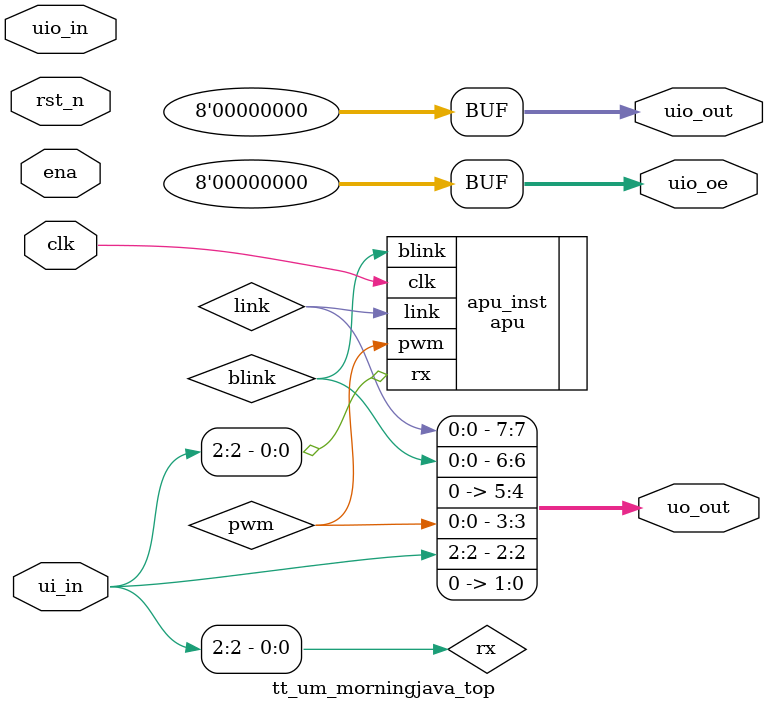
<source format=v>

`default_nettype none

module tt_um_morningjava_top (
  input  wire       clk,      // System clock, 1.789773 MHz
  /* verilator lint_off UNUSEDSIGNAL */
  input  wire       rst_n,    // (unused) Active-low asynchronous reset
  input  wire       ena,      // (unused) Active-high design is selected
  input  wire [7:0] uio_in,   // (unused) Bidirectional input
  /* verilator lint_on UNUSEDSIGNAL */
  input  wire [7:0] ui_in,    // Dedicated inputs
  output wire [7:0] uo_out,   // Dedicated outputs
  output wire [7:0] uio_out,  // (unused) Bidirectional output
  output wire [7:0] uio_oe    // (unused) Bidirectional enable (active-high: 0=input, 1=output)
);

  wire blink;
  wire link;
  wire pwm;
  wire rx = ui_in[2];        // UART RX

  assign uo_out[0] = 0;
  assign uo_out[1] = 0;
  assign uo_out[2] = rx;     // UART TX, serial loop-back to host
  assign uo_out[3] = pwm;    // PWM audio output
  assign uo_out[4] = 0;
  assign uo_out[5] = 0;
  assign uo_out[6] = blink;  // 1 Hz blink
  assign uo_out[7] = link;   // RX activity status
  assign uio_out = 0;
  assign uio_oe = 0;

  apu #(
    .CLKRATE(1_789_773),  // actual APU clock frequency
    .BAUDRATE(9600)       // serial baud rate
  ) apu_inst (
    .clk  (clk),
    .rx   (rx),
    .blink(blink),
    .link (link),
    .pwm  (pwm)
  );

endmodule

</source>
